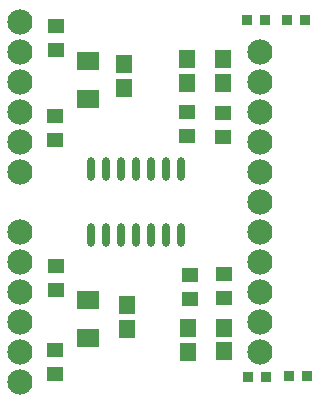
<source format=gts>
G04*
G04 #@! TF.GenerationSoftware,Altium Limited,Altium Designer,24.9.1 (31)*
G04*
G04 Layer_Color=8388736*
%FSLAX44Y44*%
%MOMM*%
G71*
G04*
G04 #@! TF.SameCoordinates,8B15B8A4-CC8F-4B91-B826-D3DC1A653359*
G04*
G04*
G04 #@! TF.FilePolarity,Negative*
G04*
G01*
G75*
%ADD13R,1.4786X1.2341*%
%ADD14R,0.9081X0.9656*%
%ADD15O,0.7112X1.9812*%
%ADD16R,1.8296X1.5866*%
%ADD17R,1.4516X1.5116*%
%ADD18C,2.1336*%
D13*
X125714Y321150D02*
D03*
Y301150D02*
D03*
X124444Y26830D02*
D03*
Y46830D02*
D03*
Y244950D02*
D03*
Y224950D02*
D03*
X267953Y111600D02*
D03*
Y91600D02*
D03*
X238743Y90330D02*
D03*
Y110330D02*
D03*
X125714Y97950D02*
D03*
Y117950D02*
D03*
X236203Y248760D02*
D03*
Y228760D02*
D03*
X266684Y227490D02*
D03*
Y247490D02*
D03*
D14*
X336464Y326390D02*
D03*
X321396D02*
D03*
X287106D02*
D03*
X302174D02*
D03*
X337734Y25400D02*
D03*
X322666D02*
D03*
X288376Y24130D02*
D03*
X303444D02*
D03*
D15*
X231124Y144780D02*
D03*
X218424D02*
D03*
X205723D02*
D03*
X193023D02*
D03*
X180324D02*
D03*
X167624D02*
D03*
X154923D02*
D03*
Y200660D02*
D03*
X167624D02*
D03*
X180324D02*
D03*
X193023D02*
D03*
X205723D02*
D03*
X218424D02*
D03*
X231124D02*
D03*
D16*
X152383Y291516D02*
D03*
Y259664D02*
D03*
Y57734D02*
D03*
Y89586D02*
D03*
D17*
X266684Y273210D02*
D03*
Y293210D02*
D03*
X182864Y269400D02*
D03*
Y289400D02*
D03*
X236203Y273370D02*
D03*
Y293370D02*
D03*
X267953Y66040D02*
D03*
Y46040D02*
D03*
X237474Y65880D02*
D03*
Y45880D02*
D03*
X185403Y84930D02*
D03*
Y64930D02*
D03*
D18*
X95233Y325120D02*
D03*
X298433Y299720D02*
D03*
X95233D02*
D03*
X298433Y274320D02*
D03*
X95233D02*
D03*
X298433Y248920D02*
D03*
X95233D02*
D03*
X298433Y223520D02*
D03*
X95233D02*
D03*
X298433Y198120D02*
D03*
X95233D02*
D03*
X298433Y172720D02*
D03*
X95233Y147320D02*
D03*
X298433D02*
D03*
X95233Y121920D02*
D03*
X298433D02*
D03*
X95233Y96520D02*
D03*
X298433D02*
D03*
X95233Y71120D02*
D03*
X298433D02*
D03*
X95233Y45720D02*
D03*
X298433D02*
D03*
X95233Y20320D02*
D03*
M02*

</source>
